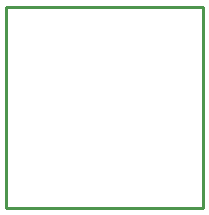
<source format=gbr>
G04 EAGLE Gerber RS-274X export*
G75*
%MOMM*%
%FSLAX34Y34*%
%LPD*%
%IN*%
%IPPOS*%
%AMOC8*
5,1,8,0,0,1.08239X$1,22.5*%
G01*
%ADD10C,0.254000*%


D10*
X-89408Y235458D02*
X76708Y235458D01*
X76708Y405638D01*
X66548Y406146D01*
X-89408Y406146D01*
X-89408Y235458D01*
M02*

</source>
